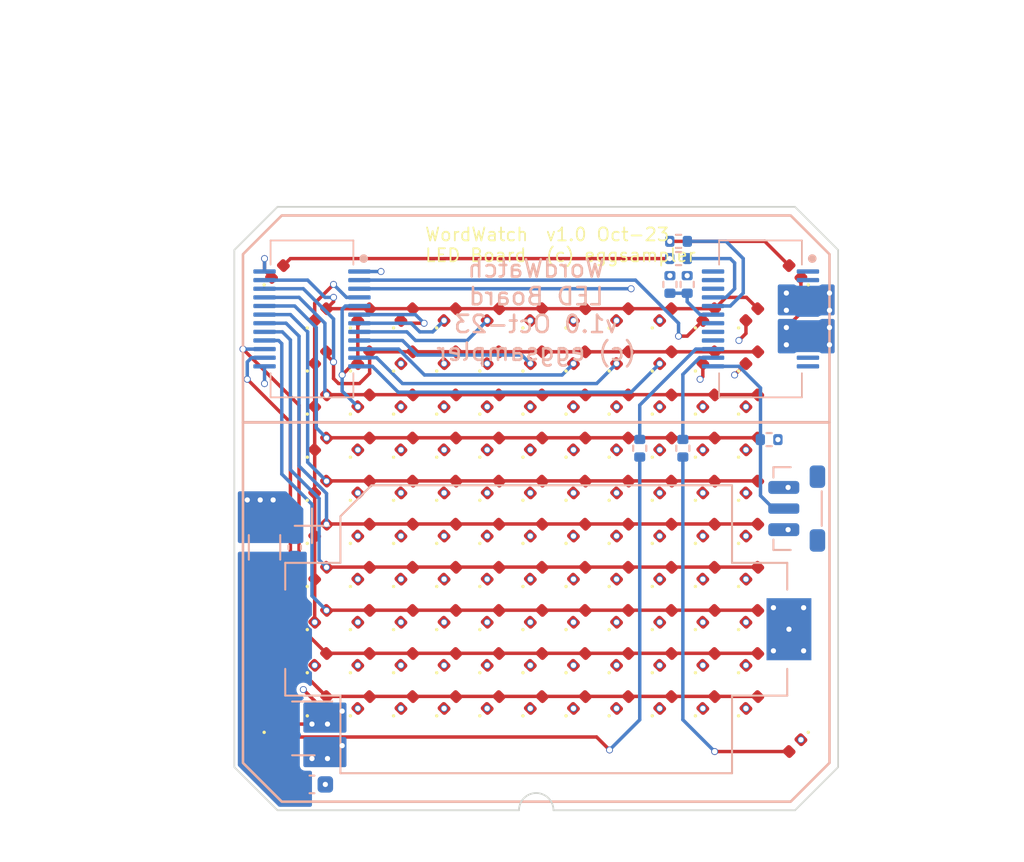
<source format=kicad_pcb>
(kicad_pcb (version 20221018) (generator pcbnew)
  (layers (0 "F.Cu" signal) (1 "In1.Cu" power) (2 "In2.Cu" power) (31 "B.Cu" signal) (34 "B.Paste" user) (35 "F.Paste" user) (36 "B.SilkS" user "B.Silkscreen") (37 "F.SilkS" user "F.Silkscreen") (38 "B.Mask" user) (39 "F.Mask" user) (44 "Edge.Cuts" user))
  (net 0 "")
  (net 1 "/BATT_TERM")
  (net 2 "-BATT")
  (net 3 "/LED0_R")
  (net 4 "/LED0")
  (net 5 "/LED1_R")
  (net 6 "/LED1")
  (net 7 "/LED2_R")
  (net 8 "/LED2")
  (net 9 "/LED3")
  (net 10 "/LED Array/COL0")
  (net 11 "/LED Array/ROW0")
  (net 12 "/LED Array/COL1")
  (net 13 "/LED Array/COL2")
  (net 14 "/LED Array/COL3")
  (net 15 "/LED Array/COL4")
  (net 16 "/LED Array/COL5")
  (net 17 "/LED Array/COL6")
  (net 18 "/LED Array/COL7")
  (net 19 "/LED Array/COL8")
  (net 20 "/LED Array/COL9")
  (net 21 "/LED Array/COL10")
  (net 22 "/LED Array/ROW1")
  (net 23 "/LED Array/ROW2")
  (net 24 "/LED Array/ROW3")
  (net 25 "/LED Array/ROW4")
  (net 26 "/LED Array/ROW5")
  (net 27 "/LED Array/ROW6")
  (net 28 "/LED Array/ROW7")
  (net 29 "/LED Array/ROW8")
  (net 30 "/LED Array/ROW9")
  (net 32 "+BATT")
  (net 34 "/VSENSE")
  (net 38 "/BUTTON")
  (net 39 "/LED3_R")
  (footprint "LED_SMD:LED_0402_1005Metric" (layer "F.Cu") (at 127.5 86.25 45)
    (fp_text reference "D47" hide)
    (fp_text value "LED_Small" hide)
  )
  (footprint "LED_SMD:LED_0402_1005Metric" (layer "F.Cu") (at 115 101.25 45)
    (fp_text reference "D108" hide)
    (fp_text value "LED_Small" hide)
  )
  (footprint "LED_SMD:LED_0402_1005Metric" (layer "F.Cu") (at 115 81.25 45)
    (fp_text reference "D20" hide)
    (fp_text value "LED_Small" hide)
  )
  (footprint "LED_SMD:LED_0402_1005Metric" (layer "F.Cu") (at 110 91.25 45)
    (fp_text reference "D62" hide)
    (fp_text value "LED_Small" hide)
  )
  (footprint "LED_SMD:LED_0402_1005Metric" (layer "F.Cu") (at 117.5 78.75 45)
    (fp_text reference "D10" hide)
    (fp_text value "LED_Small" hide)
  )
  (footprint "LED_SMD:LED_0402_1005Metric" (layer "F.Cu") (at 110 93.75 45)
    (fp_text reference "D73" hide)
    (fp_text value "LED_Small" hide)
  )
  (footprint "LED_SMD:LED_0402_1005Metric" (layer "F.Cu") (at 122.5 81.25 45)
    (fp_text reference "D23" hide)
    (fp_text value "LED_Small" hide)
  )
  (footprint "LED_SMD:LED_0402_1005Metric" (layer "F.Cu") (at 122.5 78.75 45)
    (fp_text reference "D12" hide)
    (fp_text value "LED_Small" hide)
  )
  (footprint "LED_SMD:LED_0402_1005Metric" (layer "F.Cu") (at 122.5 101.25 45)
    (fp_text reference "D111" hide)
    (fp_text value "LED_Small" hide)
  )
  (footprint "LED_SMD:LED_0402_1005Metric" (layer "F.Cu") (at 122.5 88.75 45)
    (fp_text reference "D56" hide)
    (fp_text value "LED_Small" hide)
  )
  (footprint "LED_SMD:LED_0402_1005Metric" (layer "F.Cu") (at 125 101.25 45)
    (fp_text reference "D112" hide)
    (fp_text value "LED_Small" hide)
  )
  (footprint "LED_SMD:LED_0402_1005Metric" (layer "F.Cu") (at 120 96.25 45)
    (fp_text reference "D88" hide)
    (fp_text value "LED_Small" hide)
  )
  (footprint "LED_SMD:LED_0402_1005Metric" (layer "F.Cu") (at 122.5 98.75 45)
    (fp_text reference "D100" hide)
    (fp_text value "LED_Small" hide)
  )
  (footprint "LED_SMD:LED_0402_1005Metric" (layer "F.Cu") (at 102.5 76.25 45)
    (fp_text reference "D1" hide)
    (fp_text value "LED_Small" hide)
  )
  (footprint "LED_SMD:LED_0402_1005Metric" (layer "F.Cu") (at 120 88.75 45)
    (fp_text reference "D55" hide)
    (fp_text value "LED_Small" hide)
  )
  (footprint "LED_SMD:LED_0402_1005Metric" (layer "F.Cu") (at 130 101.25 45)
    (fp_text reference "D114" hide)
    (fp_text value "LED_Small" hide)
  )
  (footprint "LED_SMD:LED_0402_1005Metric" (layer "F.Cu") (at 127.5 93.75 45)
    (fp_text reference "D80" hide)
    (fp_text value "LED_Small" hide)
  )
  (footprint "LED_SMD:LED_0402_1005Metric" (layer "F.Cu") (at 120 91.25 45)
    (fp_text reference "D66" hide)
    (fp_text value "LED_Small" hide)
  )
  (footprint "LED_SMD:LED_0402_1005Metric" (layer "F.Cu") (at 127.5 91.25 45)
    (fp_text reference "D69" hide)
    (fp_text value "LED_Small" hide)
  )
  (footprint "LED_SMD:LED_0402_1005Metric" (layer "F.Cu") (at 107.5 86.25 45)
    (fp_text reference "D39" hide)
    (fp_text value "LED_Small" hide)
  )
  (footprint "LED_SMD:LED_0402_1005Metric" (layer "F.Cu") (at 107.5 93.75 45)
    (fp_text reference "D72" hide)
    (fp_text value "LED_Small" hide)
  )
  (footprint "LED_SMD:LED_0402_1005Metric" (layer "F.Cu") (at 125 88.75 45)
    (fp_text reference "D57" hide)
    (fp_text value "LED_Small" hide)
  )
  (footprint "LED_SMD:LED_0402_1005Metric" (layer "F.Cu") (at 105 91.25 45)
    (fp_text reference "D60" hide)
    (fp_text value "LED_Small" hide)
  )
  (footprint "LED_SMD:LED_0402_1005Metric" (layer "F.Cu") (at 107.5 81.25 45)
    (fp_text reference "D17" hide)
    (fp_text value "LED_Small" hide)
  )
  (footprint "LED_SMD:LED_0402_1005Metric" (layer "F.Cu") (at 115 93.75 45)
    (fp_text reference "D75" hide)
    (fp_text value "LED_Small" hide)
  )
  (footprint "LED_SMD:LED_0402_1005Metric" (layer "F.Cu") (at 120 83.75 45)
    (fp_text reference "D33" hide)
    (fp_text value "LED_Small" hide)
  )
  (footprint "LED_SMD:LED_0402_1005Metric" (layer "F.Cu") (at 125 83.75 45)
    (fp_text reference "D35" hide)
    (fp_text value "LED_Small" hide)
  )
  (footprint "LED_SMD:LED_0402_1005Metric" (layer "F.Cu") (at 112.5 88.75 45)
    (fp_text reference "D52" hide)
    (fp_text value "LED_Small" hide)
  )
  (footprint "LED_SMD:LED_0402_1005Metric" (layer "F.Cu") (at 117.5 88.75 45)
    (fp_text reference "D54" hide)
    (fp_text value "LED_Small" hide)
  )
  (footprint "LED_SMD:LED_0402_1005Metric" (layer "F.Cu") (at 125 78.75 45)
    (fp_text reference "D13" hide)
    (fp_text value "LED_Small" hide)
  )
  (footprint "LED_SMD:LED_0402_1005Metric" (layer "F.Cu") (at 130 78.75 45)
    (fp_text reference "D15" hide)
    (fp_text value "LED_Small" hide)
  )
  (footprint "LED_SMD:LED_0402_1005Metric" (layer "F.Cu") (at 112.5 98.75 45)
    (fp_text reference "D96" hide)
    (fp_text value "LED_Small" hide)
  )
  (footprint "LED_SMD:LED_0402_1005Metric" (layer "F.Cu") (at 117.5 101.25 45)
    (fp_text reference "D109" hide)
    (fp_text value "LED_Small" hide)
  )
  (footprint "LED_SMD:LED_0402_1005Metric" (layer "F.Cu") (at 117.5 91.25 45)
    (fp_text reference "D65" hide)
    (fp_text value "LED_Small" hide)
  )
  (footprint "LED_SMD:LED_0402_1005Metric" (layer "F.Cu") (at 110 81.25 45)
    (fp_text reference "D18" hide)
    (fp_text value "LED_Small" hide)
  )
  (footprint "LED_SMD:LED_0402_1005Metric" (layer "F.Cu") (at 110 86.25 45)
    (fp_text reference "D40" hide)
    (fp_text value "LED_Small" hide)
  )
  (footprint "LED_SMD:LED_0402_1005Metric" (layer "F.Cu") (at 125 98.75 45)
    (fp_text reference "D101" hide)
    (fp_text value "LED_Small" hide)
  )
  (footprint "LED_SMD:LED_0402_1005Metric" (layer "F.Cu") (at 110 96.25 45)
    (fp_text reference "D84" hide)
    (fp_text value "LED_Small" hide)
  )
  (footprint "LED_SMD:LED_0402_1005Metric" (layer "F.Cu") (at 110 78.75 45)
    (fp_text reference "D7" hide)
    (fp_text value "LED_Small" hide)
  )
  (footprint "LED_SMD:LED_0402_1005Metric" (layer "F.Cu") (at 110 83.75 45)
    (fp_text reference "D29" hide)
    (fp_text value "LED_Small" hide)
  )
  (footprint "LED_SMD:LED_0402_1005Metric" (layer "F.Cu") (at 105 83.75 45)
    (fp_text reference "D27" hide)
    (fp_text value "LED_Small" hide)
  )
  (footprint "LED_SMD:LED_0402_1005Metric" (layer "F.Cu") (at 127.5 101.25 45)
    (fp_text reference "D113" hide)
    (fp_text value "LED_Small" hide)
  )
  (footprint "LED_SMD:LED_0402_1005Metric" (layer "F.Cu") (at 132.5 76.25 135)
    (fp_text reference "D2" hide)
    (fp_text value "LED_Small" hide)
  )
  (footprint "LED_SMD:LED_0402_1005Metric" (layer "F.Cu") (at 110 98.75 45)
    (fp_text reference "D95" hide)
    (fp_text value "LED_Small" hide)
  )
  (footprint "LED_SMD:LED_0402_1005Metric" (layer "F.Cu") (at 130 98.75 45)
    (fp_text reference "D103" hide)
    (fp_text value "LED_Small" hide)
  )
  (footprint "LED_SMD:LED_0402_1005Metric" (layer "F.Cu") (at 122.5 93.75 45)
    (fp_text reference "D78" hide)
    (fp_text value "LED_Small" hide)
  )
  (footprint "LED_SMD:LED_0402_1005Metric" (layer "F.Cu") (at 127.5 83.75 45)
    (fp_text reference "D36" hide)
    (fp_text value "LED_Small" hide)
  )
  (footprint "LED_SMD:LED_0402_1005Metric" (layer "F.Cu") (at 115 83.75 45)
    (fp_text reference "D31" hide)
    (fp_text value "LED_Small" hide)
  )
  (footprint "LED_SMD:LED_0402_1005Metric" (layer "F.Cu") (at 125 81.25 45)
    (fp_text reference "D24" hide)
    (fp_text value "LED_Small" hide)
  )
  (footprint "LED_SMD:LED_0402_1005Metric" (layer "F.Cu") (at 127.5 81.25 45)
    (fp_text reference "D25" hide)
    (fp_text value "LED_Small" hide)
  )
  (footprint "LED_SMD:LED_0402_1005Metric" (layer "F.Cu") (at 120 98.75 45)
    (fp_text reference "D99" hide)
    (fp_text value "LED_Small" hide)
  )
  (footprint "LED_SMD:LED_0402_1005Metric" (layer "F.Cu") (at 105 88.75 45)
    (fp_text reference "D49" hide)
    (fp_text value "LED_Small" hide)
  )
  (footprint "LED_SMD:LED_0402_1005Metric" (layer "F.Cu") (at 102.5 103.75 -45)
    (fp_text reference "D3" hide)
    (fp_text value "LED_Small" hide)
  )
  (footprint "LED_SMD:LED_0402_1005Metric" (layer "F.Cu") (at 107.5 101.25 45)
    (fp_text reference "D105" hide)
    (fp_text value "LED_Small" hide)
  )
  (footprint "LED_SMD:LED_0402_1005Metric" (layer "F.Cu") (at 105 98.75 45)
    (fp_text reference "D93" hide)
    (fp_text value "LED_Small" hide)
  )
  (footprint "LED_SMD:LED_0402_1005Metric" (layer "F.Cu") (at 125 86.25 45)
    (fp_text reference "D46" hide)
    (fp_text value "LED_Small" hide)
  )
  (footprint "LED_SMD:LED_0402_1005Metric" (layer "F.Cu") (at 110 88.75 45)
    (fp_text reference "D51" hide)
    (fp_text value "LED_Small" hide)
  )
  (footprint "LED_SMD:LED_0402_1005Metric" (layer "F.Cu") (at 125 93.75 45)
    (fp_text reference "D79" hide)
    (fp_text value "LED_Small" hide)
  )
  (footprint "LED_SMD:LED_0402_1005Metric" (layer "F.Cu") (at 115 88.75 45)
    (fp_text reference "D53" hide)
    (fp_text value "LED_Small" hide)
  )
  (footprint "LED_SMD:LED_0402_1005Metric" (layer "F.Cu") (at 107.5 78.75 45)
    (fp_text reference "D6" hide)
    (fp_text value "LED_Small" hide)
  )
  (footprint "LED_SMD:LED_0402_1005Metric" (layer "F.Cu") (at 110 101.25 45)
    (fp_text reference "D106" hide)
    (fp_text value "LED_Small" hide)
  )
  (footprint "LED_SMD:LED_0402_1005Metric" (layer "F.Cu") (at 105 96.25 45)
    (fp_text reference "D82" hide)
    (fp_text value "LED_Small" hide)
  )
  (footprint "LED_SMD:LED_0402_1005Metric" (layer "F.Cu") (at 105 81.25 45)
    (fp_text reference "D16" hide)
    (fp_text value "LED_Small" hide)
  )
  (footprint "LED_SMD:LED_0402_1005Metric" (layer "F.Cu") (at 125 91.25 45)
    (fp_text reference "D68" hide)
    (fp_text value "LED_Small" hide)
  )
  (footprint "LED_SMD:LED_0402_1005Metric" (layer "F.Cu") (at 112.5 101.25 45)
    (fp_text reference "D107" hide)
    (fp_text value "LED_Small" hide)
  )
  (footprint "LED_SMD:LED_0402_1005Metric" (layer "F.Cu") (at 122.5 83.75 45)
    (fp_text reference "D34" hide)
    (fp_text value "LED_Small" hide)
  )
  (footprint "LED_SMD:LED_0402_1005Metric" (layer "F.Cu") (at 112.5 96.25 45)
    (fp_text reference "D85" hide)
    (fp_text value "LED_Small" hide)
  )
  (footprint "LED_SMD:LED_0402_1005Metric" (layer "F.Cu") (at 112.5 78.75 45)
    (fp_text reference "D8" hide)
    (fp_text value "LED_Small" hide)
  )
  (footprint "LED_SMD:LED_0402_1005Metric" (layer "F.Cu") (at 130 91.25 45)
    (fp_text reference "D70" hide)
    (fp_text value "LED_Small" hide)
  )
  (footprint "LED_SMD:LED_0402_1005Metric" (layer "F.Cu") (at 117.5 81.25 45)
    (fp_text reference "D21" hide)
    (fp_text value "LED_Small" hide)
  )
  (footprint "LED_SMD:LED_0402_1005Metric" (layer "F.Cu") (at 120 86.25 45)
    (fp_text reference "D44" hide)
    (fp_text value "LED_Small" hide)
  )
  (footprint "LED_SMD:LED_0402_1005Metric" (layer "F.Cu") (at 130 96.25 45)
    (fp_text reference "D92" hide)
    (fp_text value "LED_Small" hide)
  )
  (footprint "LED_SMD:LED_0402_1005Metric" (layer "F.Cu") (at 112.5 86.25 45)
    (fp_text reference "D41" hide)
    (fp_text value "LED_Small" hide)
  )
  (footprint "LED_SMD:LED_0402_1005Metric" (layer "F.Cu") (at 127.5 96.25 45)
    (fp_text reference "D91" hide)
    (fp_text value "LED_Small" hide)
  )
  (footprint "LED_SMD:LED_0402_1005Metric" (layer "F.Cu") (at 122.5 86.25 45)
    (fp_text reference "D45" hide)
    (fp_text value "LED_Small" hide)
  )
  (footprint "LED_SMD:LED_0402_1005Metric" (layer "F.Cu") (at 120 78.75 45)
    (fp_text reference "D11" hide)
    (fp_text value "LED_Small" hide)
  )
  (footprint "LED_SMD:LED_0402_1005Metric" (layer "F.Cu") (at 120 93.75 45)
    (fp_text reference "D77" hide)
    (fp_text value "LED_Small" hide)
  )
  (footprint "LED_SMD:LED_0402_1005Metric" (layer "F.Cu") (at 107.5 96.25 45)
    (fp_text reference "D83" hide)
    (fp_text value "LED_Small" hide)
  )
  (footprint "LED_SMD:LED_0402_1005Metric" (layer "F.Cu") (at 117.5 96.25 45)
    (fp_text reference "D87" hide)
    (fp_text value "LED_Small" hide)
  )
  (footprint "LED_SMD:LED_0402_1005Metric" (layer "F.Cu") (at 122.5 96.25 45)
    (fp_text reference "D89" hide)
    (fp_text value "LED_Small" hide)
  )
  (footprint "LED_SMD:LED_0402_1005Metric" (layer "F.Cu") (at 132.5 103.75 -135)
    (fp_text reference "D4" hide)
    (fp_text value "LED_Small" hide)
  )
  (footprint "LED_SMD:LED_0402_1005Metric" (layer "F.Cu") (at 115 78.75 45)
    (fp_text reference "D9" hide)
    (fp_text value "LED_Small" hide)
  )
  (footprint "LED_SMD:LED_0402_1005Metric" (layer "F.Cu") (at 117.5 93.75 45)
    (fp_text reference "D76" hide)
    (fp_text value "LED_Small" hide)
  )
  (footprint "LED_SMD:LED_0402_1005Metric" (layer "F.Cu") (at 107.5 88.75 45)
    (fp_text reference "D50" hide)
    (fp_text value "LED_Small" hide)
  )
  (footprint "LED_SMD:LED_0402_1005Metric" (layer "F.Cu") (at 130 86.25 45)
    (fp_text reference "D48" hide)
    (fp_text value "LED_Small" hide)
  )
  (footprint "LED_SMD:LED_0402_1005Metric" (layer "F.Cu") (at 112.5 93.75 45)
    (fp_text reference "D74" hide)
    (fp_text value "LED_Small" hide)
  )
  (footprint "LED_SMD:LED_0402_1005Metric" (layer "F.Cu") (at 112.5 83.75 45)
    (fp_text reference "D30" hide)
    (fp_text value "LED_Small" hide)
  )
  (footprint "LED_SMD:LED_0402_1005Metric" (layer "F.Cu") (at 127.5 78.75 45)
    (fp_text reference "D14" hide)
    (fp_text value "LED_Small" hide)
  )
  (footprint "LED_SMD:LED_0402_1005Metric" (layer "F.Cu") (at 130 88.75 45)
    (fp_text reference "D59" hide)
    (fp_text value "LED_Small" hide)
  )
  (footprint "LED_SMD:LED_0402_1005Metric" (layer "F.Cu") (at 112.5 81.25 45)
    (fp_text reference "D19" hide)
    (fp_text value "LED_Small" hide)
  )
  (footprint "LED_SMD:LED_0402_1005Metric" (layer "F.Cu") (at 125 96.25 45)
    (fp_text reference "D90" hide)
    (fp_text value "LED_Small" hide)
  )
  (footprint "LED_SMD:LED_0402_1005Metric" (layer "F.Cu") (at 117.5 86.25 45)
    (fp_text reference "D43" hide)
    (fp_text value "LED_Small" hide)
  )
  (footprint "LED_SMD:LED_0402_1005Metric" (layer "F.Cu") (at 105 101.25 45)
    (fp_text reference "D104" hide)
    (fp_text value "LED_Small" hide)
  )
  (footprint "LED_SMD:LED_0402_1005Metric" (layer "F.Cu") (at 107.5 91.25 45)
    (fp_text reference "D61" hide)
    (fp_text value "LED_Small" hide)
  )
  (footprint "LED_SMD:LED_0402_1005Metric" (layer "F.Cu") (at 105 93.75 45)
    (fp_text reference "D71" hide)
    (fp_text value "LED_Small" hide)
  )
  (footprint "LED_SMD:LED_0402_1005Metric" (layer "F.Cu") (at 117.5 83.75 45)
    (fp_text reference "D32" hide)
    (fp_text value "LED_Small" hide)
  )
  (footprint "LED_SMD:LED_0402_1005Metric" (layer "F.Cu") (at 107.5 83.75 45)
    (fp_text reference "D28" hide)
    (fp_text value "LED_Small" hide)
  )
  (footprint "LED_SMD:LED_0402_1005Metric" (layer "F.Cu") (at 112.5 91.25 45)
    (fp_text reference "D63" hide)
    (fp_text value "LED_Small" hide)
  )
  (footprint "LED_SMD:LED_0402_1005Metric" (layer "F.Cu") (at 130 81.25 45)
    (fp_text reference "D26" hide)
    (fp_text value "LED_Small" hide)
  )
  (footprint "LED_SMD:LED_0402_1005Metric" (layer "F.Cu") (at 120 81.25 45)
    (fp_text reference "D22" hide)
    (fp_text value "LED_Small" hide)
  )
  (footprint "LED_SMD:LED_0402_1005Metric" (layer "F.Cu") (at 130 83.75 45)
    (fp_text reference "D37" hide)
    (fp_text value "LED_Small" hide)
  )
  (footprint "LED_SMD:LED_0402_1005Metric" (layer "F.Cu") (at 115 98.75 45)
    (fp_text reference "D97" hide)
    (fp_text value "LED_Small" hide)
  )
  (footprint "LED_SMD:LED_0402_1005Metric" (layer "F.Cu") (at 105 86.25 45)
    (fp_text reference "D38" hide)
    (fp_text value "LED_Small" hide)
  )
  (footprint "LED_SMD:LED_0402_1005Metric" (layer "F.Cu") (at 122.5 91.25 45)
    (fp_text reference "D67" hide)
    (fp_text value "LED_Small" hide)
  )
  (footprint "LED_SMD:LED_0402_1005Metric" (layer "F.Cu") (at 127.5 88.75 45)
    (fp_text reference "D58" hide)
    (fp_text value "LED_Small" hide)
  )
  (footprint "LED_SMD:LED_0402_1005Metric" (layer "F.Cu") (at 130 93.75 45)
    (fp_text reference "D81" hide)
    (fp_text value "LED_Small" hide)
  )
  (footprint "LED_SMD:LED_0402_1005Metric" (layer "F.Cu") (at 127.5 98.75 45)
    (fp_text reference "D102" hide)
    (fp_text value "LED_Small" hide)
  )
  (footprint "LED_SMD:LED_0402_1005Metric" (layer "F.Cu") (at 120 101.25 45)
    (fp_text reference "D110" hide)
    (fp_text value "LED_Small" hide)
  )
  (footprint "LED_SMD:LED_0402_1005Metric" (layer "F.Cu") (at 117.5 98.75 45)
    (fp_text reference "D98" hide)
    (fp_text value "LED_Small" hide)
  )
  (footprint "LED_SMD:LED_0402_1005Metric" (layer "F.Cu") (at 115 86.25 45)
    (fp_text reference "D42" hide)
    (fp_text value "LED_Small" hide)
  )
  (footprint "LED_SMD:LED_0402_1005Metric" (layer "F.Cu") (at 105 78.75 45)
    (fp_text reference "D5" hide)
    (fp_text value "LED_Small" hide)
  )
  (footprint "LED_SMD:LED_0402_1005Metric" (layer "F.Cu") (at 115 91.25 45)
    (fp_text reference "D64" hide)
    (fp_text value "LED_Small" hide)
  )
  (footprint "LED_SMD:LED_0402_1005Metric" (layer "F.Cu") (at 115 96.25 45)
    (fp_text reference "D86" hide)
    (fp_text value "LED_Small" hide)
  )
  (footprint "LED_SMD:LED_0402_1005Metric" (layer "F.Cu") (at 107.5 98.75 45)
    (fp_text reference "D94" hide)
    (fp_text value "LED_Small" hide)
  )
  (footprint "Battery:BatteryHolder_Keystone_1060_1x2032" (layer "B.Cu") (at 117.5 97)
    (fp_text reference "BT1" hide)
    (fp_text value "CR2032" hide)
  )
  (footprint "WordWatch:X0511FVS-24AS-LPV01" (layer "B.Cu") (at 130.5 79 180)
    (fp_text reference "J2" hide)
    (fp_text value "X0511FVS-24AS-LPV01" hide)
  )
  (footprint "Capacitor_SMD:C_0603_1608Metric" (layer "B.Cu") (at 104.5 106)
    (fp_text reference "C3" hide)
    (fp_text value "10uF")
  )
  (footprint "Button_Switch_SMD:SW_Push_1P1T-MP_NO_Horizontal_Alps_SKRTLAE010" (layer "B.Cu") (at 132.75 90 -90)
    (fp_text reference "SW1" hide)
    (fp_text value "SKRTLA" hide)
  )
  (footprint "Resistor_SMD:R_0402_1005Metric" (layer "B.Cu") (at 126.25 77 90)
    (fp_text reference "R2" hide)
    (fp_text value "1M" hide)
  )
  (footprint "Capacitor_SMD:C_0402_1005Metric" (layer "B.Cu") (at 103.5 92.25 90)
    (fp_text reference "C2" hide)
    (fp_text value "1uF")
  )
  (footprint "Resistor_SMD:R_0402_1005Metric" (layer "B.Cu") (at 126 86.5 90)
    (fp_text reference "R6" hide)
    (fp_text value "2.2k" hide)
  )
  (footprint "Resistor_SMD:R_0402_1005Metric" (layer "B.Cu") (at 125.25 77 -90)
    (fp_text reference "R1" hide)
    (fp_text value "1M" hide)
  )
  (footprint "Package_TO_SOT_SMD:SOT-23" (layer "B.Cu") (at 104 102.75 180)
    (fp_text reference "Q1" hide)
    (fp_text value "AO3401A" hide)
  )
  (footprint "Resistor_SMD:R_0402_1005Metric" (layer "B.Cu") (at 123.5 86.5 90)
    (fp_text reference "R5" hide)
    (fp_text value "2.2k" hide)
  )
  (footprint "WordWatch:X0511FVS-24AS-LPV01" (layer "B.Cu") (at 104.5 79 180)
    (fp_text reference "J1" hide)
    (fp_text value "X0511FVS-24AS-LPV01" hide)
  )
  (footprint "Resistor_SMD:R_0402_1005Metric" (layer "B.Cu") (at 131 86 180)
    (fp_text reference "R7" hide)
    (fp_text value "2.2k" hide)
  )
  (footprint "Resistor_SMD:R_0402_1005Metric" (layer "B.Cu") (at 125.75 74.5)
    (fp_text reference "R4" hide)
    (fp_text value "2.2k" hide)
  )
  (footprint "Capacitor_SMD:C_1206_3216Metric" (layer "B.Cu") (at 101.75 92.25 90)
    (fp_text reference "C1" hide)
    (fp_text value "100uF")
  )
  (footprint "Resistor_SMD:R_0402_1005Metric" (layer "B.Cu") (at 125.75 75.5)
    (fp_text reference "R3" hide)
    (fp_text value "2.2k" hide)
  )
  (gr_poly (pts (xy 100.5 85) (xy 100.5 75.25) (xy 102.75 73) (xy 132.25 73) (xy 134.5 75.25) (xy 134.5 85)) (stroke (width 0.15)) (fill none) (layer "B.SilkS"))
  (gr_poly (pts (xy 134.5 85) (xy 134.5 104.750001) (xy 132.25 107) (xy 102.750001 107) (xy 100.5 104.75) (xy 100.5 85)) (stroke (width 0.15)) (fill none) (layer "B.SilkS"))
  (gr_arc (start 116.5 107.5) (mid 117.5 106.5) (end 118.5 107.5) (stroke (width 0.1)) (layer "Edge.Cuts"))
  (gr_line (start 100 105) (end 100 75) (stroke (width 0.1)) (layer "Edge.Cuts"))
  (gr_line (start 102.5 72.5) (end 100 75) (stroke (width 0.1)) (layer "Edge.Cuts"))
  (gr_line (start 135 75) (end 135 105) (stroke (width 0.1)) (layer "Edge.Cuts"))
  (gr_line (start 135 75) (end 132.5 72.5) (stroke (width 0.1)) (layer "Edge.Cuts"))
  (gr_line (start 102.5 107.5) (end 100 105) (stroke (width 0.1)) (layer "Edge.Cuts"))
  (gr_line (start 102.5 72.5) (end 132.5 72.5) (stroke (width 0.1)) (layer "Edge.Cuts"))
  (gr_line (start 135 105) (end 132.5 107.5) (stroke (width 0.1)) (layer "Edge.Cuts"))
  (gr_line (start 116.5 107.5) (end 102.5 107.5) (stroke (width 0.1)) (layer "Edge.Cuts"))
  (gr_line (start 132.5 107.5) (end 118.5 107.5) (stroke (width 0.1)) (layer "Edge.Cuts"))
  (gr_text "WordWatch\nLED Board\nv1.0 Oct-23\n(c) eggsampler" (at 117.5 81.5) (layer "B.SilkS") (effects (font (size 1 1)) (justify bottom mirror)))
  (gr_text "WordWatch\nLED Board" (at 111 75.75) (layer "F.SilkS") (effects (font (size 0.75 0.75) (thickness 0.1)) (justify left bottom)))
  (gr_text "v1.0 Oct-23\n(c) eggsampler" (at 118 75.75) (layer "F.SilkS") (effects (font (size 0.75 0.75) (thickness 0.1)) (justify left bottom)))
  (segment (start 132 79.5) (end 132.842947 78.657053) (width 0.2) (layer "F.Cu") (net 2))
  (segment (start 102.157053 103.407053) (end 103.064106 102.5) (width 0.2) (layer "F.Cu") (net 2))
  (segment (start 101.75 76.185894) (end 102.157053 76.592947) (width 0.2) (layer "F.Cu") (net 2))
  (segment (start 103.064106 102.5) (end 104.5 102.5) (width 0.2) (layer "F.Cu") (net 2))
  (segment (start 132.842947 78.657053) (end 132.842947 76.592947) (width 0.2) (layer "F.Cu") (net 2))
  (segment (start 101.75 75.5) (end 101.75 76.185894) (width 0.2) (layer "F.Cu") (net 2))
  (via (at 132 80.5) (size 0.4) (drill 0.3) (layers "F.Cu" "B.Cu") (net 2))
  (via (at 105.4 102.5) (size 0.4) (drill 0.3) (layers "F.Cu" "B.Cu") (net 2))
  (via (at 101.75 82.75) (size 0.4) (drill 0.3) (layers "F.Cu" "B.Cu") (net 2))
  (via (at 132.15 97) (size 0.4) (drill 0.3) (layers "F.Cu" "B.Cu") (net 2))
  (via (at 100.75 89.5) (size 0.4) (drill 0.3) (layers "F.Cu" "B.Cu") (net 2))
  (via (at 133 95.75) (size 0.4) (drill 0.3) (layers "F.Cu" "B.Cu") (net 2))
  (via (at 133 98.25) (size 0.4) (drill 0.3) (layers "F.Cu" "B.Cu") (net 2))
  (via (at 102.25 89.5) (size 0.4) (drill 0.3) (layers "F.Cu" "B.Cu") (net 2))
  (via (at 108.5 76.25) (size 0.4) (drill 0.3) (layers "F.Cu" "B.Cu") (net 2))
  (via (at 131.25 98.25) (size 0.4) (drill 0.3) (layers "F.Cu" "B.Cu") (net 2))
  (via (at 132 79.5) (size 0.4) (drill 0.3) (layers "F.Cu" "B.Cu") (net 2))
  (via (at 106.25 101.75) (size 0.4) (drill 0.3) (layers "F.Cu" "B.Cu") (net 2))
  (via (at 131.25 95.75) (size 0.4) (drill 0.3) (layers "F.Cu" "B.Cu") (net 2))
  (via (at 134.5 80.5) (size 0.4) (drill 0.3) (layers "F.Cu" "B.Cu") (net 2))
  (via (at 126.25 76.49) (size 0.4) (drill 0.3) (layers "F.Cu" "B.Cu") (net 2))
  (via (at 104.5 102.5) (size 0.4) (drill 0.3) (layers "F.Cu" "B.Cu") (net 2))
  (via (at 132.1 91.225) (size 0.4) (drill 0.3) (layers "F.Cu" "B.Cu") (net 2))
  (via (at 105.275 106) (size 0.4) (drill 0.3) (layers "F.Cu" "B.Cu") (net 2))
  (via (at 132.1 88.775) (size 0.4) (drill 0.3) (layers "F.Cu" "B.Cu") (net 2))
  (via (at 101.5 89.5) (size 0.4) (drill 0.3) (layers "F.Cu" "B.Cu") (net 2))
  (via (at 101.75 75.5) (size 0.4) (drill 0.3) (layers "F.Cu" "B.Cu") (net 2))
  (via (at 132.842947 103.407053) (size 0.4) (drill 0.3) (layers "F.Cu" "B.Cu") (net 2))
  (via (at 134.5 79.5) (size 0.4) (drill 0.3) (layers "F.Cu" "B.Cu") (net 2))
  (segment (start 101.75 82.75) (end 101.75 81.75) (width 0.2) (layer "B.Cu") (net 2))
  (segment (start 108.5 76.25) (end 107.25 76.25) (width 0.2) (layer "B.Cu") (net 2))
  (segment (start 101.75 76.25) (end 101.75 75.5) (width 0.2) (layer "B.Cu") (net 2))
  (segment (start 103.25 75.5) (end 102.842947 75.907053) (width 0.2) (layer "F.Cu") (net 3))
  (segment (start 125.24 75.5) (end 103.25 75.5) (width 0.2) (layer "F.Cu") (net 3))
  (via (at 125.24 75.5) (size 0.4) (drill 0.3) (layers "F.Cu" "B.Cu") (net 3))
  (segment (start 129 77.25) (end 129 75.75) (width 0.2) (layer "B.Cu") (net 4))
  (segment (start 127.75 77.75) (end 128.5 77.75) (width 0.2) (layer "B.Cu") (net 4))
  (segment (start 128.75 75.5) (end 126.26 75.5) (width 0.2) (layer "B.Cu") (net 4))
  (segment (start 129 75.75) (end 128.75 75.5) (width 0.2) (layer "B.Cu") (net 4))
  (segment (start 128.5 77.75) (end 129 77.25) (width 0.2) (layer "B.Cu") (net 4))
  (segment (start 130.75 74.5) (end 125.24 74.5) (width 0.2) (layer "F.Cu") (net 5))
  (segment (start 132.157053 75.907053) (end 130.75 74.5) (width 0.2) (layer "F.Cu") (net 5))
  (via (at 125.24 74.5) (size 0.4) (drill 0.3) (layers "F.Cu" "B.Cu") (net 5))
  (segment (start 129.5 75.5) (end 128.5 74.5) (width 0.2) (layer "B.Cu") (net 6))
  (segment (start 128.5 74.5) (end 126.26 74.5) (width 0.2) (layer "B.Cu") (net 6))
  (segment (start 127.75 78.25) (end 128.75 78.25) (width 0.2) (layer "B.Cu") (net 6))
  (segment (start 129.5 77.5) (end 129.5 75.5) (width 0.2) (layer "B.Cu") (net 6))
  (segment (start 128.75 78.25) (end 129.5 77.5) (width 0.2) (layer "B.Cu") (net 6))
  (segment (start 121.75 104) (end 121 103.25) (width 0.2) (layer "F.Cu") (net 7))
  (segment (start 103.685894 103.25) (end 102.842947 104.092947) (width 0.2) (layer "F.Cu") (net 7))
  (segment (start 121 103.25) (end 103.685894 103.25) (width 0.2) (layer "F.Cu") (net 7))
  (via (at 121.75 104) (size 0.4) (drill 0.3) (layers "F.Cu" "B.Cu") (net 7))
  (segment (start 123.5 102.25) (end 123.5 87.01) (width 0.2) (layer "B.Cu") (net 7))
  (segment (start 121.75 104) (end 123.5 102.25) (width 0.2) (layer "B.Cu") (net 7))
  (segment (start 123.5 85.99) (end 123.5 84) (width 0.2) (layer "B.Cu") (net 8))
  (segment (start 126.75 80.75) (end 127.75 80.75) (width 0.2) (layer "B.Cu") (net 8))
  (segment (start 123.5 84) (end 126.75 80.75) (width 0.2) (layer "B.Cu") (net 8))
  (segment (start 126 85.99) (end 126 82.218171) (width 0.2) (layer "B.Cu") (net 9))
  (segment (start 126 82.218171) (end 126.968171 81.25) (width 0.2) (layer "B.Cu") (net 9))
  (segment (start 126.968171 81.25) (end 127.75 81.25) (width 0.2) (layer "B.Cu") (net 9))
  (segment (start 105.75 77) (end 104.657053 78.092947) (width 0.2) (layer "F.Cu") (net 10))
  (segment (start 104 100.5) (end 104.657053 101.157053) (width 0.2) (layer "F.Cu") (net 10))
  (segment (start 104.657053 78.092947) (end 104.657053 79.092947) (width 0.2) (layer "F.Cu") (net 10))
  (segment (start 104.657053 101.157053) (end 104.657053 101.592947) (width 0.2) (layer "F.Cu") (net 10))
  (segment (start 104.657053 79.092947) (end 104.657053 96.592947) (width 0.2) (layer "F.Cu") (net 10))
  (via (at 104 100.5) (size 0.4) (drill 0.3) (layers "F.Cu" "B.Cu") (net 10))
  (via (at 104.657053 96.592947) (size 0.4) (drill 0.3) (layers "F.Cu" "B.Cu") (net 10))
  (via (at 104.657053 99.092947) (size 0.4) (drill 0.3) (layers "F.Cu" "B.Cu") (net 10))
  (via (at 105.75 77) (size 0.4) (drill 0.3) (layers "F.Cu" "B.Cu") (net 10))
  (segment (start 107.25 77.75) (end 106.5 77.75) (width 0.2) (layer "B.Cu") (net 10))
  (segment (start 106.5 77.75) (end 105.75 77) (width 0.2) (layer "B.Cu") (net 10))
  (segment (start 127.842947 78.407053) (end 128.5 77.75) (width 0.2) (layer "F.Cu") (net 11))
  (segment (start 105.75 77.75) (end 105.75 78) (width 0.2) (layer "F.Cu") (net 11))
  (segment (start 128.5 77.75) (end 129.685894 77.75) (width 0.2) (layer "F.Cu") (net 11))
  (segment (start 129.685894 77.75) (end 130.342947 78.407053) (width 0.2) (layer "F.Cu") (net 11))
  (segment (start 105.75 78) (end 105.342947 78.407053) (width 0.2) (layer "F.Cu") (net 11))
  (segment (start 105.342947 78.407053) (end 127.842947 78.407053) (width 0.2) (layer "F.Cu") (net 11))
  (via (at 105.75 77.75) (size 0.4) (drill 0.3) (layers "F.Cu" "B.Cu") (net 11))
  (segment (start 105.75 77.75) (end 105.25 77.75) (width 0.2) (layer "B.Cu") (net 11))
  (segment (start 104.25 76.75) (end 101.75 76.75) (width 0.2) (layer "B.Cu") (net 11))
  (segment (start 105.25 77.75) (end 104.25 76.75) (width 0.2) (layer "B.Cu") (net 11))
  (segment (start 107.157053 81.592947) (end 106.907053 81.592947) (width 0.2) (layer "F.Cu") (net 12))
  (segment (start 107.157053 79.092947) (end 107.157053 81.592947) (width 0.2) (layer "F.Cu") (net 12))
  (segment (start 106.907053 81.592947) (end 106.25 82.25) (width 0.2) (layer "F.Cu") (net 12))
  (via (at 107.157053 99.092947) (size 0.4) (drill 0.3) (layers "F.Cu" "B.Cu") (net 12))
  (via (at 107.157053 86.592947) (size 0.4) (drill 0.3) (layers "F.Cu" "B.Cu") (net 12))
  (via (at 107.157053 94.092947) (size 0.4) (drill 0.3) (layers "F.Cu" "B.Cu") (net 12))
  (via (at 107.157053 101.592947) (size 0.4) (drill 0.3) (layers "F.Cu" "B.Cu") (net 12))
  (via (at 106.25 82.25) (size 0.4) (drill 0.3) (layers "F.Cu" "B.Cu") (net 12))
  (via (at 107.157053 89.092947) (size 0.4) (drill 0.3) (layers "F.Cu" "B.Cu") (net 12))
  (via (at 107.157053 96.592947) (size 0.4) (drill 0.3) (layers "F.Cu" "B.Cu") (net 12))
  (via (at 107.157053 91.592947) (size 0.4) (drill 0.3) (layers "F.Cu" "B.Cu") (net 12))
  (via (at 107.157053 84.092947) (size 0.4) (drill 0.3) (layers "F.Cu" "B.Cu") (net 12))
  (segment (start 107.25 78.25) (end 106.436343 78.25) (width 0.2) (layer "B.Cu") (net 12))
  (segment (start 106.25 83.185894) (end 107.157053 84.092947) (width 0.2) (layer "B.Cu") (net 12))
  (segment (start 106.436343 78.25) (end 106.25 78.436343) (width 0.2) (layer "B.Cu") (net 12))
  (segment (start 106.25 82.25) (end 106.25 83.185894) (width 0.2) (layer "B.Cu") (net 12))
  (segment (start 106.25 78.436343) (end 106.25 82.25) (width 0.2) (layer "B.Cu") (net 12))
  (segment (start 109.814106 79.25) (end 109.657053 79.092947) (width 0.2) (layer "F.Cu") (net 13))
  (segment (start 111 79.25) (end 109.814106 79.25) (width 0.2) (layer "F.Cu") (net 13))
  (via (at 109.657053 89.092947) (size 0.4) (drill 0.3) (layers "F.Cu" "B.Cu") (net 13))
  (via (at 109.657053 96.592947) (size 0.4) (drill 0.3) (layers "F.Cu" "B.Cu") (net 13))
  (via (at 109.657053 81.592947) (size 0.4) (drill 0.3) (layers "F.Cu" "B.Cu") (net 13))
  (via (at 109.657053 94.092947) (size 0.4) (drill 0.3) (layers "F.Cu" "B.Cu") (net 13))
  (via (at 109.657053 99.092947) (size 0.4) (drill 0.3) (layers "F.Cu" "B.Cu") (net 13))
  (via (at 109.657053 86.592947) (size 0.4) (drill 0.3) (layers "F.Cu" "B.Cu") (net 13))
  (via (at 109.657053 84.092947) (size 0.4) (drill 0.3) (layers "F.Cu" "B.Cu") (net 13))
  (via (at 109.657053 101.592947) (size 0.4) (drill 0.3) (layers "F.Cu" "B.Cu") (net 13))
  (via (at 111 79.25) (size 0.4) (drill 0.3) (layers "F.Cu" "B.Cu") (net 13))
  (via (at 109.657053 91.592947) (size 0.4) (drill 0.3) (layers "F.Cu" "B.Cu") (net 13))
  (segment (start 111 79.25) (end 110.5 78.75) (width 0.2) (layer "B.Cu") (net 13))
  (segment (start 110.5 78.75) (end 107.25 78.75) (width 0.2) (layer "B.Cu") (net 13))
  (via (at 112.157053 99.092947) (size 0.4) (drill 0.3) (layers "F.Cu" "B.Cu") (net 14))
  (via (at 112.157053 101.592947) (size 0.4) (drill 0.3) (layers "F.Cu" "B.Cu") (net 14))
  (via (at 112.157053 86.592947) (size 0.4) (drill 0.3) (layers "F.Cu" "B.Cu") (net 14))
  (via (at 112.157053 84.092947) (size 0.4) (drill 0.3) (layers "F.Cu" "B.Cu") (net 14))
  (via (at 112.157053 91.592947) (size 0.4) (drill 0.3) (layers "F.Cu" "B.Cu") (net 14))
  (via (at 112.157053 94.092947) (size 0.4) (drill 0.3) (layers "F.Cu" "B.Cu") (net 14))
  (via (at 112.157053 89.092947) (size 0.4) (drill 0.3) (layers "F.Cu" "B.Cu") (net 14))
  (via (at 112.157053 79.092947) (size 0.4) (drill 0.3) (layers "F.Cu" "B.Cu") (net 14))
  (via (at 112.157053 81.592947) (size 0.4) (drill 0.3) (layers "F.Cu" "B.Cu") (net 14))
  (via (at 112.157053 96.592947) (size 0.4) (drill 0.3) (layers "F.Cu" "B.Cu") (net 14))
  (segment (start 111.5 79.75) (end 112.157053 79.092947) (width 0.2) (layer "B.Cu") (net 14))
  (segment (start 110.25 79.25) (end 110.75 79.75) (width 0.2) (layer "B.Cu") (net 14))
  (segment (start 110.75 79.75) (end 111.5 79.75) (width 0.2) (layer "B.Cu") (net 14))
  (segment (start 107.25 79.25) (end 110.25 79.25) (width 0.2) (layer "B.Cu") (net 14))
  (via (at 114.657053 99.092947) (size 0.4) (drill 0.3) (layers "F.Cu" "B.Cu") (net 15))
  (via (at 114.657053 101.592947) (size 0.4) (drill 0.3) (layers "F.Cu" "B.Cu") (net 15))
  (via (at 114.657053 91.592947) (size 0.4) (drill 0.3) (layers "F.Cu" "B.Cu") (net 15))
  (via (at 114.657053 79.092947) (size 0.4) (drill 0.3) (layers "F.Cu" "B.Cu") (net 15))
  (via (at 114.657053 84.092947) (size 0.4) (drill 0.3) (layers "F.Cu" "B.Cu") (net 15))
  (via (at 114.657053 96.592947) (size 0.4) (drill 0.3) (layers "F.Cu" "B.Cu") (net 15))
  (via (at 114.657053 89.092947) (size 0.4) (drill 0.3) (layers "F.Cu" "B.Cu") (net 15))
  (via (at 114.657053 81.592947) (size 0.4) (drill 0.3) (layers "F.Cu" "B.Cu") (net 15))
  (via (at 114.657053 94.092947) (size 0.4) (drill 0.3) (layers "F.Cu" "B.Cu") (net 15))
  (via (at 114.657053 86.592947) (size 0.4) (drill 0.3) (layers "F.Cu" "B.Cu") (net 15))
  (segment (start 110 79.75) (end 110.5 80.25) (width 0.2) (layer "B.Cu") (net 15))
  (segment (start 113.5 80.25) (end 114.657053 79.092947) (width 0.2) (layer "B.Cu") (net 15))
  (segment (start 110.5 80.25) (end 113.5 80.25) (width 0.2) (layer "B.Cu") (net 15))
  (segment (start 107.25 79.75) (end 110 79.75) (width 0.2) (layer "B.Cu") (net 15))
  (via (at 117.157053 91.592947) (size 0.4) (drill 0.3) (layers "F.Cu" "B.Cu") (net 16))
  (via (at 117.157053 101.592947) (size 0.4) (drill 0.3) (layers "F.Cu" "B.Cu") (net 16))
  (via (at 117.157053 94.092947) (size 0.4) (drill 0.3) (layers "F.Cu" "B.Cu") (net 16))
  (via (at 117.157053 79.092947) (size 0.4) (drill 0.3) (layers "F.Cu" "B.Cu") (net 16))
  (via (at 117.157053 96.592947) (size 0.4) (drill 0.3) (layers "F.Cu" "B.Cu") (net 16))
  (via (at 117.157053 89.092947) (size 0.4) (drill 0.3) (layers "F.Cu" "B.Cu") (net 16))
  (via (at 117.157053 86.592947) (size 0.4) (drill 0.3) (layers "F.Cu" "B.Cu") (net 16))
  (via (at 117.157053 84.092947) (size 0.4) (drill 0.3) (layers "F.Cu" "B.Cu") (net 16))
  (via (at 117.157053 81.592947) (size 0.4) (drill 0.3) (layers "F.Cu" "B.Cu") (net 16))
  (via (at 117.157053 99.092947) (size 0.4) (drill 0.3) (layers "F.Cu" "B.Cu") (net 16))
  (segment (start 110.592947 81.092947) (end 116.657053 81.092947) (width 0.2) (layer "B.Cu") (net 16))
  (segment (start 116.657053 81.092947) (end 117.157053 81.592947) (width 0.2) (layer "B.Cu") (net 16))
  (segment (start 109.75 80.25) (end 110.592947 81.092947) (width 0.2) (layer "B.Cu") (net 16))
  (segment (start 107.25 80.25) (end 109.75 80.25) (width 0.2) (layer "B.Cu") (net 16))
  (via (at 119.657053 99.092947) (size 0.4) (drill 0.3) (layers "F.Cu" "B.Cu") (net 17))
  (via (at 119.657053 101.592947) (size 0.4) (drill 0.3) (layers "F.Cu" "B.Cu") (net 17))
  (via (at 119.657053 81.592947) (size 0.4) (drill 0.3) (layers "F.Cu" "B.Cu") (net 17))
  (via (at 119.657053 79.092947) (size 0.4) (drill 0.3) (layers "F.Cu" "B.Cu") (net 17))
  (via (at 119.657053 96.592947) (size 0.4) (drill 0.3) (layers "F.Cu" "B.Cu") (net 17))
  (via (at 119.657053 91.592947) (size 0.4) (drill 0.3) (layers "F.Cu" "B.Cu") (net 17))
  (via (at 119.657053 86.592947) (size 0.4) (drill 0.3) (layers "F.Cu" "B.Cu") (net 17))
  (via (at 119.657053 89.092947) (size 0.4) (drill 0.3) (layers "F.Cu" "B.Cu") (net 17))
  (via (at 119.657053 94.092947) (size 0.4) (drill 0.3) (layers "F.Cu" "B.Cu") (net 17))
  (via (at 119.657053 84.092947) (size 0.4) (drill 0.3) (layers "F.Cu" "B.Cu") (net 17))
  (segment (start 107.25 80.75) (end 109.521213 80.75) (width 0.2) (layer "B.Cu") (net 17))
  (segment (start 111.021213 82.25) (end 119 82.25) (width 0.2) (layer "B.Cu") (net 17))
  (segment (start 109.521213 80.75) (end 111.021213 82.25) (width 0.2) (layer "B.Cu") (net 17))
  (segment (start 119 82.25) (end 119.657053 81.592947) (width 0.2) (layer "B.Cu") (net 17))
  (via (at 122.157053 91.592947) (size 0.4) (drill 0.3) (layers "F.Cu" "B.Cu") (net 18))
  (via (at 122.157053 86.592947) (size 0.4) (drill 0.3) (layers "F.Cu" "B.Cu") (net 18))
  (via (at 122.157053 96.592947) (size 0.4) (drill 0.3) (layers "F.Cu" "B.Cu") (net 18))
  (via (at 122.157053 79.092947) (size 0.4) (drill 0.3) (layers "F.Cu" "B.Cu") (net 18))
  (via (at 122.157053 99.092947) (size 0.4) (drill 0.3) (layers "F.Cu" "B.Cu") (net 18))
  (via (at 122.157053 81.592947) (size 0.4) (drill 0.3) (layers "F.Cu" "B.Cu") (net 18))
  (via (at 122.157053 94.092947) (size 0.4) (drill 0.3) (layers "F.Cu" "B.Cu") (net 18))
  (via (at 122.157053 84.092947) (size 0.4) (drill 0.3) (layers "F.Cu" "B.Cu") (net 18))
  (via (at 122.157053 101.592947) (size 0.4) (drill 0.3) (layers "F.Cu" "B.Cu") (net 18))
  (via (at 122.157053 89.092947) (size 0.4) (drill 0.3) (layers "F.Cu" "B.Cu") (net 18))
  (segment (start 108.25 81.25) (end 109.75 82.75) (width 0.2) (layer "B.Cu") (net 18))
  (segment (start 121 82.75) (end 122.157053 81.592947) (width 0.2) (layer "B.Cu") (net 18))
  (segment (start 107.25 81.25) (end 108.25 81.25) (width 0.2) (layer "B.Cu") (net 18))
  (segment (start 109.75 82.75) (end 121 82.75) (width 0.2) (layer "B.Cu") (net 18))
  (via (at 124.657053 101.592947) (size 0.4) (drill 0.3) (layers "F.Cu" "B.Cu") (net 19))
  (via (at 124.657053 84.092947) (size 0.4) (drill 0.3) (layers "F.Cu" "B.Cu") (net 19))
  (via (at 124.657053 99.092947) (size 0.4) (drill 0.3) (layers "F.Cu" "B.Cu") (net 19))
  (via (at 124.657053 94.092947) (size 0.4) (drill 0.3) (layers "F.Cu" "B.Cu") (net 19))
  (via (at 124.657053 89.092947) (size 0.4) (drill 0.3) (layers "F.Cu" "B.Cu") (net 19))
  (via (at 124.657053 81.592947) (size 0.4) (drill 0.3) (layers "F.Cu" "B.Cu") (net 19))
  (via (at 124.657053 96.592947) (size 0.4) (drill 0.3) (layers "F.Cu" "B.Cu") (net 19))
  (via (at 124.657053 79.092947) (size 0.4) (drill 0.3) (layers "F.Cu" "B.Cu") (net 19))
  (via (at 124.657053 91.592947) (size 0.4) (drill 0.3) (layers "F.Cu" "B.Cu") (net 19))
  (via (at 124.657053 86.592947) (size 0.4) (drill 0.3) (layers "F.Cu" "B.Cu") (net 19))
  (segment (start 108 81.75) (end 109.5 83.25) (width 0.2) (layer "B.Cu") (net 19))
  (segment (start 123 83.25) (end 124.657053 81.592947) (width 0.2) (layer "B.Cu") (net 19))
  (segment (start 107.25 81.75) (end 108 81.75) (width 0.2) (layer "B.Cu") (net 19))
  (segment (start 109.5 83.25) (end 123 83.25) (width 0.2) (layer "B.Cu") (net 19))
  (segment (start 127.157053 81.592947) (end 127.157053 82.342947) (width 0.2) (layer "F.Cu") (net 20))
  (segment (start 126.25 80) (end 125.75 80) (width 0.2) (layer "F.Cu") (net 20))
  (segment (start 127.157053 79.092947) (end 126.25 80) (width 0.2) (layer "F.Cu") (net 20))
  (segment (start 127.157053 82.342947) (end 127 82.5) (width 0.2) (layer "F.Cu") (net 20))
  (via (at 127.157053 89.092947) (size 0.4) (drill 0.3) (layers "F.Cu" "B.Cu") (net 20))
  (via (at 127.157053 94.092947) (size 0.4) (drill 0.3) (layers "F.Cu" "B.Cu") (net 20))
  (via (at 127.157053 96.592947) (size 0.4) (drill 0.3) (layers "F.Cu" "B.Cu") (net 20))
  (via (at 127.157053 99.092947) (size 0.4) (drill 0.3) (layers "F.Cu" "B.Cu") (net 20))
  (via (at 127.157053 86.592947) (size 0.4) (drill 0.3) (layers "F.Cu" "B.Cu") (net 20))
  (via (at 127.157053 91.592947) (size 0.4) (drill 0.3) (layers "F.Cu" "B.Cu") (net 20))
  (via (at 127.157053 101.592947) (size 0.4) (drill 0.3) (layers "F.Cu" "B.Cu") (net 20))
  (via (at 125.75 80) (size 0.4) (drill 0.3) (layers "F.Cu" "B.Cu") (net 20))
  (via (at 127 82.5) (size 0.4) (drill 0.3) (layers "F.Cu" "B.Cu") (net 20))
  (via (at 127.157053 84.092947) (size 0.4) (drill 0.3) (layers "F.Cu" "B.Cu") (net 20))
  (segment (start 125.75 80) (end 125.75 79.25) (width 0.2) (layer "B.Cu") (net 20))
  (segment (start 123.25 76.75) (end 107.25 76.75) (width 0.2) (layer "B.Cu") (net 20))
  (segment (start 125.75 79.25) (end 123.25 76.75) (width 0.2) (layer "B.Cu") (net 20))
  (segment (start 129.657053 79.842947) (end 129.25 80.25) (width 0.2) (layer "F.Cu") (net 21))
  (segment (start 129.657053 81.592947) (end 129 82.25) (width 0.2) (layer "F.Cu") (net 21))
  (segment (start 129.657053 79.092947) (end 129.657053 79.842947) (width 0.2) (layer "F.Cu") (net 21))
  (via (at 129.657053 96.592947) (size 0.4) (drill 0.3) (layers "F.Cu" "B.Cu") (net 21))
  (via (at 129.657053 84.092947) (size 0.4) (drill 0.3) (layers "F.Cu" "B.Cu") (net 21))
  (via (at 123 77.25) (size 0.4) (drill 0.3) (layers "F.Cu" "B.Cu") (net 21))
  (via (at 129.657053 86.592947) (size 0.4) (drill 0.3) (layers "F.Cu" "B.Cu") (net 21))
  (via (at 129.657053 101.592947) (size 0.4) (drill 0.3) (layers "F.Cu" "B.Cu") (net 21))
  (via (at 129.657053 94.092947) (size 0.4) (drill 0.3) (layers "F.Cu" "B.Cu") (net 21))
  (via (at 129.657053 99.092947) (size 0.4) (drill 0.3) (layers "F.Cu" "B.Cu") (net 21))
  (via (at 129.25 80.25) (size 0.4) (drill 0.3) (layers "F.Cu" "B.Cu") (net 21))
  (via (at 129.657053 89.092947) (size 0.4) (drill 0.3) (layers "F.Cu" "B.Cu") (net 21))
  (via (at 129.657053 91.592947) (size 0.4) (drill 0.3) (layers "F.Cu" "B.Cu") (net 21))
  (via (at 129 82.25) (size 0.4) (drill 0.3) (layers "F.Cu" "B.Cu") (net 21))
  (segment (start 107.25 77.25) (end 123 77.25) (width 0.2) (layer "B.Cu") (net 21))
  (segment (start 107.842947 80.907053) (end 107.842947 82.157053) (width 0.2) (layer "F.Cu") (net 22))
  (segment (start 105.75 81.5) (end 105.342947 81.092947) (width 0.2) (layer "F.Cu") (net 22))
  (segment (start 105.342947 81.092947) (end 105.342947 80.907053) (width 0.2) (layer "F.Cu") (net 22))
  (segment (start 107.842947 80.907053) (end 130.342947 80.907053) (width 0.2) (layer "F.Cu") (net 22))
  (segment (start 130.330067 80.894173) (end 130.342947 80.907053) (width 0.2) (layer "F.Cu") (net 22))
  (segment (start 107.842947 82.157053) (end 107.25 82.75) (width 0.2) (layer "F.Cu") (net 22))
  (segment (start 106.042893 82.75) (end 105.75 82.457107) (width 0.2) (layer "F.Cu") (net 22))
  (segment (start 107.25 82.75) (end 106.042893 82.75) (width 0.2) (layer "F.Cu") (net 22))
  (segment (start 105.75 82.457107) (end 105.75 81.5) (width 0.2) (layer "F.Cu") (net 22))
  (via (at 105.75 81.5) (size 0.4) (drill 0.3) (layers "F.Cu" "B.Cu") (net 22))
  (segment (start 105.75 79) (end 104 77.25) (width 0.2) (layer "B.Cu") (net 22))
  (segment (start 104 77.25) (end 101.75 77.25) (width 0.2) (layer "B.Cu") (net 22))
  (segment (start 105.75 81.5) (end 105.75 79) (width 0.2) (layer "B.Cu") (net 22))
  (segment (start 130.330067 83.394173) (end 105.355827 83.394173) (width 0.2) (layer "F.Cu") (net 23))
  (segment (start 130.342947 83.407053) (end 130.330067 83.394173) (width 0.2) (layer "F.Cu") (net 23))
  (segment (start 105.355827 83.394173) (end 105.342947 83.407053) (width 0.2) (layer "F.Cu") (net 23))
  (via (at 105.342947 83.407053) (size 0.4) (drill 0.3) (layers "F.Cu" "B.Cu") (net 23))
  (segment (start 103.75 77.75) (end 105.25 79.25) (width 0.2) (layer "B.Cu") (net 23))
  (segment (start 105.25 83.314106) (end 105.342947 83.407053) (width 0.2) (layer "B.Cu") (net 23))
  (segment (start 105.25 79.25) (end 105.25 83.314106) (width 0.2) (layer "B.Cu") (net 23))
  (segment (start 101.75 77.75) (end 103.75 77.75) (width 0.2) (layer "B.Cu") (net 23))
  (segment (start 130.342947 85.907053) (end 130.330067 85.894173) (width 0.2) (layer "F.Cu") (net 24))
  (segment (start 105.355827 85.894173) (end 105.342947 85.907053) (width 0.2) (layer "F.Cu") (net 24))
  (segment (start 130.330067 85.894173) (end 105.355827 85.894173) (width 0.2) (layer "F.Cu") (net 24))
  (via (at 105.342947 85.907053) (size 0.4) (drill 0.3) (layers "F.Cu" "B.Cu") (net 24))
  (segment (start 104.75 79.5) (end 104.75 85.314106) (width 0.2) (layer "B.Cu") (net 24))
  (segment (start 104.75 85.314106) (end 105.342947 85.907053) (width 0.2) (layer "B.Cu") (net 24))
  (segment (start 101.75 78.25) (end 103.5 78.25) (width 0.2) (layer "B.Cu") (net 24))
  (segment (start 103.5 78.25) (end 104.75 79.5) (width 0.2) (layer "B.Cu") (net 24))
  (segment (start 130.330067 88.394173) (end 105.355827 88.394173) (width 0.2) (layer "F.Cu") (net 25))
  (segment (start 105.355827 88.394173) (end 105.342947 88.407053) (width 0.2) (layer "F.Cu") (net 25))
  (segment (start 130.342947 88.407053) (end 130.330067 88.394173) (width 0.2) (layer "F.Cu") (net 25))
  (via (at 105.342947 88.407053) (size 0.4) (drill 0.3) (layers "F.Cu" "B.Cu") (net 25))
  (segment (start 103.25 78.75) (end 104.25 79.75) (width 0.2) (layer "B.Cu") (net 25))
  (segment (start 104.25 79.75) (end 104.25 87.314106) (width 0.2) (layer "B.Cu") (net 25))
  (segment (start 101.75 78.75) (end 103.25 78.75) (width 0.2) (layer "B.Cu") (net 25))
  (segment (start 104.25 87.314106) (end 105.342947 88.407053) (width 0.2) (layer "B.Cu") (net 25))
  (segment (start 130.342947 90.907053) (end 130.330067 90.894173) (width 0.2) (layer "F.Cu") (net 26))
  (segment (start 130.330067 90.894173) (end 105.355827 90.894173) (width 0.2) (layer "F.Cu") (net 26))
  (segment (start 105.355827 90.894173) (end 105.342947 90.907053) (width 0.2) (layer "F.Cu") (net 26))
  (via (at 105.342947 90.907053) (size 0.4) (drill 0.3) (layers "F.Cu" "B.Cu") (net 26))
  (segment (start 103.75 87.532053) (end 105.342947 89.125) (width 0.2) (layer "B.Cu") (net 26))
  (segment (start 103 79.25) (end 103.75 80) (width 0.2) (layer "B.Cu") (net 26))
  (segment (start 105.342947 89.125) (end 105.342947 90.907053) (width 0.2) (layer "B.Cu") (net 26))
  (segment (start 103.75 80) (end 103.75 87.532053) (width 0.2) (layer "B.Cu") (net 26))
  (segment (start 101.75 79.25) (end 103 79.25) (width 0.2) (layer "B.Cu") (net 26))
  (segment (start 105.355827 93.394173) (end 105.342947 93.407053) (width 0.2) (layer "F.Cu") (net 27))
  (segment (start 130.342947 93.407053) (end 130.330067 93.394173) (width 0.2) (layer "F.Cu") (net 27))
  (segment (start 130.330067 93.394173) (end 105.355827 93.394173) (width 0.2) (layer "F.Cu") (net 27))
  (via (at 105.342947 93.407053) (size 0.4) (drill 0.3) (layers "F.Cu" "B.Cu") (net 27))
  (segment (start 104.912947 92.977053) (end 105.342947 93.407053) (width 0.2) (layer "B.Cu") (net 27))
  (segment (start 102.781829 79.75) (end 103.25 80.218171) (width 0.2) (layer "B.Cu") (net 27))
  (segment (start 101.75 79.75) (end 102.781829 79.75) (width 0.2) (layer "B.Cu") (net 27))
  (segment (start 103.25 87.75) (end 104.912947 89.412947) (width 0.2) (layer "B.Cu") (net 27))
  (segment (start 104.912947 89.412947) (end 104.912947 92.977053) (width 0.2) (layer "B.Cu") (net 27))
  (segment (start 103.25 80.218171) (end 103.25 87.75) (width 0.2) (layer "B.Cu") (net 27))
  (segment (start 130.342947 95.907053) (end 130.330067 95.894173) (width 0.2) (layer "F.Cu") (net 28))
  (segment (start 130.330067 95.894173) (end 105.355827 95.894173) (width 0.2) (layer "F.Cu") (net 28))
  (segment (start 105.355827 95.894173) (end 105.342947 95.907053) (width 0.2) (layer "F.Cu") (net 28))
  (via (at 105.342947 95.907053) (size 0.4) (drill 0.3) (layers "F.Cu" "B.Cu") (net 28))
  (segment (start 101.75 80.25) (end 102.563657 80.25) (width 0.2) (layer "B.Cu") (net 28))
  (segment (start 102.75 88) (end 104.5 89.75) (width 0.2) (layer "B.Cu") (net 28))
  (segment (start 104.5 95.064106) (end 105.342947 95.907053) (width 0.2) (layer "B.Cu") (net 28))
  (segment (start 104.5 89.75) (end 104.5 95.064106) (width 0.2) (layer "B.Cu") (net 28))
  (segment (start 102.563657 80.25) (end 102.75 80.436343) (width 0.2) (layer "B.Cu") (net 28))
  (segment (start 102.75 80.436343) (end 102.75 88) (width 0.2) (layer "B.Cu") (net 28))
  (segment (start 103.75 96.814106) (end 105.342947 98.407053) (width 0.2) (layer "F.Cu") (net 29))
  (segment (start 103.75 84) (end 103.75 96.814106) (width 0.2) (layer "F.Cu") (net 29))
  (segment (start 105.355827 98.394173) (end 105.342947 98.407053) (width 0.2) (layer "F.Cu") (net 29))
  (segment (start 130.330067 98.394173) (end 105.355827 98.394173) (width 0.2) (layer "F.Cu") (net 29))
  (segment (start 130.342947 98.407053) (end 130.330067 98.394173) (width 0.2) (layer "F.Cu") (net 29))
  (segment (start 100.5 80.75) (end 103.75 84) (width 0.2) (layer "F.Cu") (net 29))
  (via (at 100.5 80.75) (size 0.4) (drill 0.3) (layers "F.Cu" "B.Cu") (net 29))
  (segment (start 100.5 80.75) (end 101.75 80.75) (width 0.2) (layer "B.Cu") (net 29))
  (segment (start 105.355827 100.894173) (end 105.342947 100.907053) (width 0.2) (layer "F.Cu") (net 30))
  (segment (start 103.25 98.814106) (end 105.342947 100.907053) (width 0.2) (layer "F.Cu") (net 30))
  (segment (start 130.342947 100.907053) (end 130.330067 100.894173) (width 0.2) (layer "F.Cu") (net 30))
  (segment (start 130.330067 100.894173) (end 105.355827 100.894173) (width 0.2) (layer "F.Cu") (net 30))
  (segment (start 103.25 85) (end 103.25 98.814106) (width 0.2) (layer "F.Cu") (net 30))
  (segment (start 100.75 82.5) (end 103.25 85) (width 0.2) (layer "F.Cu") (net 30))
  (via (at 100.75 82.5) (size 0.4) (drill 0.3) (layers "F.Cu" "B.Cu") (net 30))
  (segment (start 101 81.25) (end 101.75 81.25) (width 0.2) (layer "B.Cu") (net 30))
  (segment (start 100.75 82.5) (end 100.75 81.5) (width 0.2) (layer "B.Cu") (net 30))
  (segment (start 100.75 81.5) (end 101 81.25) (width 0.2) (layer "B.Cu") (net 30))
  (via (at 132 77.5) (size 0.4) (drill 0.3) (layers "F.Cu" "B.Cu") (net 32))
  (via (at 132 78.5) (size 0.4) (drill 0.3) (layers "F.Cu" "B.Cu") (net 32))
  (via (at 106.25 103.75) (size 0.4) (drill 0.3) (layers "F.Cu" "B.Cu") (net 32))
  (via (at 104.5 104.5) (size 0.4) (drill 0.3) (layers "F.Cu" "B.Cu") (net 32))
  (via (at 134.5 77.5) (size 0.4) (drill 0.3) (layers "F.Cu" "B.Cu") (net 32))
  (via (at 131.51 86) (size 0.4) (drill 0.3) (layers "F.Cu" "B.Cu") (net 32))
  (via (at 105.4 104.5) (size 0.4) (drill 0.3) (layers "F.Cu" "B.Cu") (net 32))
  (via (at 134.5 78.5) (size 0.4) (drill 0.3) (layers "F.Cu" "B.Cu") (net 32))
  (via (at 125.25 76.49) (size 0.4) (drill 0.3) (layers "F.Cu" "B.Cu") (net 32))
  (segment (start 126.25 78) (end 126.25 77.51) (width 0.2) (layer "B.Cu") (net 34))
  (segment (start 126.25 77.51) (end 125.25 77.51) (width 0.2) (layer "B.Cu") (net 34))
  (segment (start 127.75 78.75) (end 127 78.75) (width 0.2) (layer "B.Cu") (net 34))
  (segment (start 127 78.75) (end 126.25 78) (width 0.2) (layer "B.Cu") (net 34))
  (segment (start 130.49 86) (end 130.5 86) (width 0.2) (layer "B.Cu") (net 38))
  (segment (start 130.5 89.25) (end 131.25 90) (width 0.2) (layer "B.Cu") (net 38))
  (segment (start 130.5 83) (end 130.5 86) (width 0.2) (layer "B.Cu") (net 38))
  (segment (start 130.5 86) (end 130.5 89.25) (width 0.2) (layer "B.Cu") (net 38))
  (segment (start 127.75 81.75) (end 129.25 81.75) (width 0.2) (layer "B.Cu") (net 38))
  (segment (start 129.25 81.75) (end 130.5 83) (width 0.2) (layer "B.Cu") (net 38))
  (segment (start 131.25 90) (end 131.85 90) (width 0.2) (layer "B.Cu") (net 38))
  (segment (start 132.157053 104.092947) (end 127.842947 104.092947) (width 0.2) (layer "F.Cu") (net 39))
  (via (at 127.842947 104.092947) (size 0.4) (drill 0.3) (layers "F.Cu" "B.Cu") (net 39))
  (segment (start 127.842947 104.092947) (end 126 102.25) (width 0.2) (layer "B.Cu") (net 39))
  (segment (start 126 102.25) (end 126 87.01) (width 0.2) (layer "B.Cu") (net 39))
  (zone (net 32) (net_name "+BATT") (layer "B.Cu") (priority 3) (connect_pads thru_hole_only (clearance 0.2)) (min_thickness 0.2) (fill yes (thermal_gap 0.3) (thermal_bridge_width 0.3))
    (polygon (pts (xy 131.5 77) (xy 131.5 79) (xy 138 79) (xy 138 77)))
  )
  (zone (net 2) (net_name "-BATT") (layer "B.Cu") (priority 4) (connect_pads thru_hole_only (clearance 0.2)) (min_thickness 0.2) (fill yes (thermal_gap 0.3) (thermal_bridge_width 0.3))
    (polygon (pts (xy 131.5 79) (xy 131.5 81) (xy 138 81) (xy 138 79)))
  )
  (zone (net 1) (net_name "/BATT_TERM") (layer "B.Cu") (priority 2) (connect_pads thru_hole_only (clearance 0.2)) (min_thickness 0.2) (fill yes (thermal_gap 0.3) (thermal_bridge_width 0.3))
    (polygon (pts (xy 104.5 92.5) (xy 97 92.5) (xy 97 110.5) (xy 104.5 110.5)))
  )
  (zone (net 2) (net_name "-BATT") (layer "B.Cu") (priority 2) (connect_pads thru_hole_only (clearance 0.2)) (min_thickness 0.2) (fill yes (thermal_gap 0.3) (thermal_bridge_width 0.3))
    (polygon (pts (xy 104 90) (xy 103 89) (xy 97 89) (xy 97 92) (xy 104 92)))
  )
  (zone (net 32) (net_name "+BATT") (layer "B.Cu") (priority 2) (connect_pads thru_hole_only (clearance 0.2)) (min_thickness 0.2) (fill yes (thermal_gap 0.3) (thermal_bridge_width 0.3))
    (polygon (pts (xy 106.5 103.25) (xy 104 103.25) (xy 104 105) (xy 106.5 105)))
  )
  (zone (net 2) (net_name "-BATT") (layer "B.Cu") (priority 2) (connect_pads thru_hole_only (clearance 0.2)) (min_thickness 0.2) (fill yes (thermal_gap 0.3) (thermal_bridge_width 0.3))
    (polygon (pts (xy 106.5 101.25) (xy 104 101.25) (xy 104 103) (xy 106.5 103)))
  )
)
</source>
